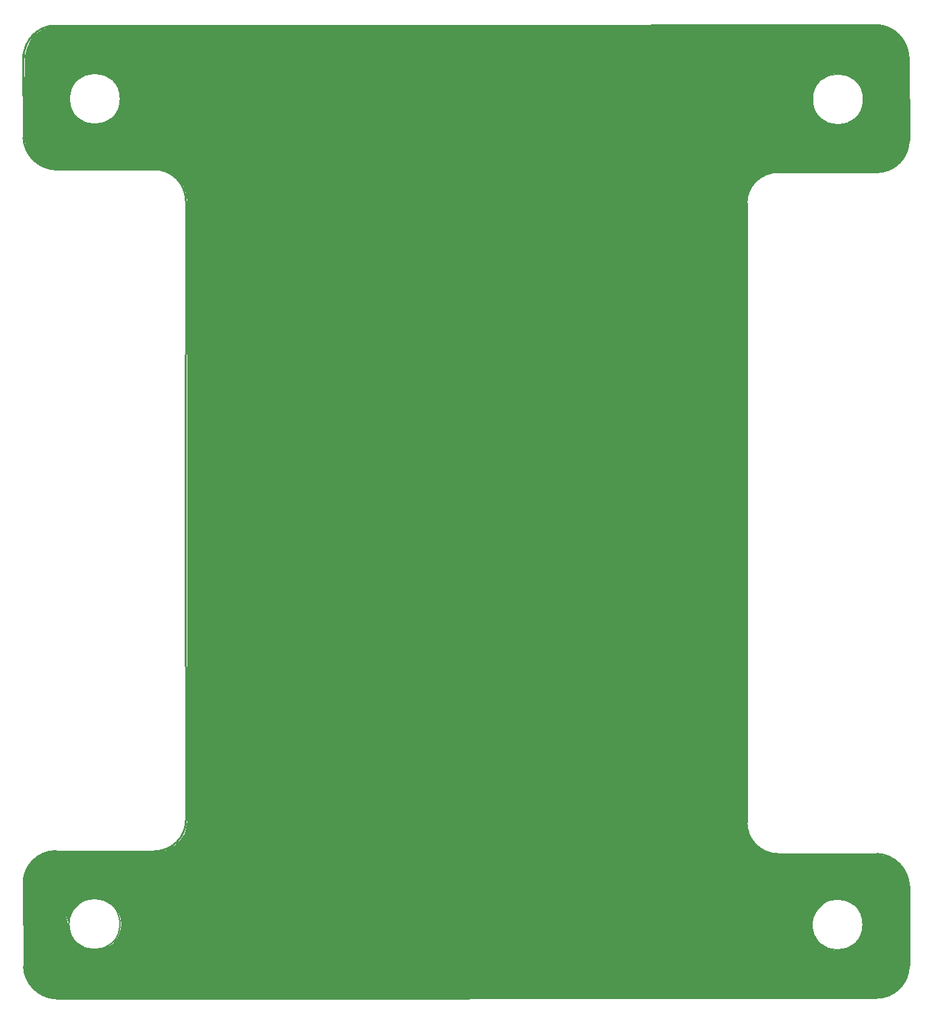
<source format=gbr>
%TF.GenerationSoftware,KiCad,Pcbnew,(6.0.0)*%
%TF.CreationDate,2022-06-08T16:09:46+02:00*%
%TF.ProjectId,HotPlate,486f7450-6c61-4746-952e-6b696361645f,1.0*%
%TF.SameCoordinates,Original*%
%TF.FileFunction,Other,User*%
%FSLAX46Y46*%
G04 Gerber Fmt 4.6, Leading zero omitted, Abs format (unit mm)*
G04 Created by KiCad (PCBNEW (6.0.0)) date 2022-06-08 16:09:46*
%MOMM*%
%LPD*%
G01*
G04 APERTURE LIST*
%ADD10C,0.254000*%
%ADD11C,0.150000*%
G04 APERTURE END LIST*
D10*
X95858410Y-19060010D02*
X108228410Y-19080010D01*
X21400000Y-61470000D02*
X21450000Y-100460000D01*
X95858410Y-19060009D02*
G75*
G03*
X91858410Y-22970010I-30646J-3969685D01*
G01*
X5080000Y-104350000D02*
G75*
G03*
X1050000Y-108390012I1482J-4031491D01*
G01*
X1026840Y-14731590D02*
G75*
G03*
X5038430Y-18731580I4201898J202477D01*
G01*
X17450000Y-104370001D02*
G75*
G03*
X21450000Y-100460000I30646J3969685D01*
G01*
D11*
X106508411Y-113565362D02*
G75*
G03*
X106508411Y-113565362I-3204649J0D01*
G01*
D10*
X21439990Y-22699990D02*
G75*
G03*
X17440000Y-18700000I-3999990J0D01*
G01*
X108228410Y-122770010D02*
G75*
G03*
X112258410Y-118729998I-1482J4031491D01*
G01*
X5080000Y-660000D02*
X50880000Y-630000D01*
X112281570Y-108698420D02*
G75*
G03*
X108269980Y-104698430I-4201898J-202477D01*
G01*
X17450000Y-104370000D02*
X5080000Y-104350000D01*
D11*
X106563763Y-9930010D02*
G75*
G03*
X106563763Y-9930010I-3204649J0D01*
G01*
D10*
X1050000Y-108390012D02*
X1088410Y-118840010D01*
D11*
X13153945Y-113500000D02*
G75*
G03*
X13153945Y-113500000I-3204649J0D01*
G01*
D10*
X17440000Y-18700000D02*
X5038430Y-18731580D01*
X95868410Y-104730010D02*
X108269980Y-104698430D01*
X112258410Y-15039998D02*
X112220000Y-4590000D01*
X108208410Y-590010D02*
X50880000Y-630000D01*
X91868420Y-100730020D02*
G75*
G03*
X95868410Y-104730010I3999990J0D01*
G01*
X112220000Y-4590000D02*
G75*
G03*
X108208410Y-590010I-4201898J-202477D01*
G01*
X91908410Y-61960010D02*
X91858410Y-22970010D01*
D11*
X13209297Y-9864648D02*
G75*
G03*
X13209297Y-9864648I-3204649J0D01*
G01*
D10*
X108228410Y-19080010D02*
G75*
G03*
X112258410Y-15039998I-1482J4031491D01*
G01*
X5080000Y-660000D02*
G75*
G03*
X1050000Y-4700012I1482J-4031491D01*
G01*
X112281570Y-108698420D02*
X112258410Y-118729998D01*
X1026840Y-14731590D02*
X998420Y-4251602D01*
X5100000Y-122840000D02*
X108220000Y-122780000D01*
X1088410Y-118840010D02*
G75*
G03*
X5100000Y-122840000I4201898J202477D01*
G01*
X21439990Y-22699990D02*
X21400000Y-61470000D01*
X91868420Y-100730020D02*
X91908410Y-61960010D01*
G36*
X106631836Y-104730054D02*
G01*
X108650833Y-104789436D01*
X108688132Y-104796240D01*
X110191777Y-105313728D01*
X110225517Y-105331433D01*
X110954814Y-105868810D01*
X110981245Y-105895149D01*
X111679066Y-106835270D01*
X111696279Y-106867235D01*
X112154141Y-108123919D01*
X112161357Y-108157061D01*
X112229603Y-109015009D01*
X112230000Y-109025000D01*
X112230000Y-111640000D01*
X112244974Y-115094041D01*
X112244975Y-115094540D01*
X112246266Y-118522028D01*
X112241322Y-118557024D01*
X112238270Y-118567597D01*
X112210102Y-118720034D01*
X112178055Y-118783386D01*
X112116845Y-118819356D01*
X112092353Y-118822989D01*
X103285486Y-119253546D01*
X103279301Y-119253696D01*
X103263660Y-119253692D01*
X103251319Y-119253083D01*
X103238844Y-119251852D01*
X103226599Y-119250033D01*
X103214291Y-119247581D01*
X103202311Y-119244577D01*
X103190303Y-119240932D01*
X103178650Y-119236759D01*
X103167059Y-119231954D01*
X103155894Y-119226670D01*
X103144827Y-119220752D01*
X103134214Y-119214388D01*
X103123787Y-119207417D01*
X103113861Y-119200052D01*
X103104166Y-119192092D01*
X103095000Y-119183780D01*
X103086129Y-119174904D01*
X103077833Y-119165746D01*
X103069876Y-119156046D01*
X103062512Y-119146112D01*
X103055543Y-119135677D01*
X103049185Y-119125062D01*
X103043278Y-119114003D01*
X103037997Y-119102830D01*
X103033195Y-119091229D01*
X103029034Y-119079593D01*
X103025395Y-119067589D01*
X103022391Y-119055586D01*
X103019840Y-119042745D01*
X103018141Y-119031606D01*
X103016827Y-119019332D01*
X103016388Y-119014264D01*
X102878833Y-116941757D01*
X102894279Y-116872462D01*
X102944738Y-116822517D01*
X103014189Y-116807782D01*
X103023067Y-116808979D01*
X103023083Y-116808860D01*
X103033488Y-116810279D01*
X103107093Y-116816167D01*
X103122640Y-116812922D01*
X103143182Y-116792724D01*
X103147836Y-116784337D01*
X103210378Y-116750736D01*
X103244706Y-116748314D01*
X103711078Y-116779405D01*
X103728735Y-116778075D01*
X104305053Y-116651090D01*
X104314706Y-116648135D01*
X104834162Y-116442313D01*
X104845264Y-116436578D01*
X105235802Y-116182729D01*
X105243713Y-116176640D01*
X105656046Y-115803578D01*
X105663295Y-115795807D01*
X105986671Y-115384237D01*
X105992558Y-115375260D01*
X106326354Y-114756756D01*
X106331910Y-114742561D01*
X106518252Y-114016809D01*
X106520201Y-114002977D01*
X106539776Y-113317823D01*
X106538294Y-113302361D01*
X106331550Y-112376937D01*
X106326938Y-112363585D01*
X106122639Y-111935529D01*
X106116339Y-111925081D01*
X105802209Y-111502969D01*
X105797465Y-111497316D01*
X105463075Y-111143256D01*
X105456493Y-111137213D01*
X105072855Y-110832269D01*
X105066902Y-110828077D01*
X104785349Y-110653320D01*
X104774097Y-110647808D01*
X104658340Y-110604812D01*
X104610766Y-110601475D01*
X104601021Y-110603608D01*
X104571226Y-110597853D01*
X104271743Y-110501410D01*
X104213033Y-110461489D01*
X104185225Y-110396165D01*
X104184609Y-110373656D01*
X104525649Y-104888592D01*
X104549840Y-104821844D01*
X104606277Y-104778770D01*
X104651262Y-104770411D01*
X104769383Y-104770276D01*
X104794522Y-104762863D01*
X104837547Y-104735144D01*
X104873181Y-104730000D01*
X106628132Y-104730000D01*
X106631836Y-104730054D01*
G37*
G36*
X4145650Y-104606283D02*
G01*
X4176895Y-104660117D01*
X6757872Y-113762494D01*
X6761186Y-113777707D01*
X6858947Y-114413156D01*
X6862519Y-114426449D01*
X7107135Y-115052665D01*
X7114588Y-115066400D01*
X7485837Y-115584194D01*
X7495363Y-115594723D01*
X8153174Y-116173989D01*
X8168254Y-116183823D01*
X9101979Y-116616285D01*
X9118736Y-116621353D01*
X9812446Y-116728830D01*
X9827613Y-116729323D01*
X10712488Y-116650668D01*
X10727141Y-116647572D01*
X11215042Y-116481686D01*
X11224611Y-116477517D01*
X11479463Y-116340289D01*
X11480584Y-116339672D01*
X11609544Y-116267132D01*
X11674931Y-116251002D01*
X103243849Y-118878346D01*
X103258449Y-118874511D01*
X103260862Y-118862321D01*
X103254239Y-118762544D01*
X103269685Y-118693248D01*
X103320144Y-118643304D01*
X103383576Y-118628251D01*
X103644653Y-118635742D01*
X103649664Y-118635686D01*
X112113763Y-118203142D01*
X112182816Y-118219642D01*
X112231987Y-118270854D01*
X112246194Y-118328931D01*
X112246266Y-118522028D01*
X112241322Y-118557024D01*
X112238270Y-118567597D01*
X111924544Y-120265408D01*
X111906411Y-120310989D01*
X111096128Y-121562551D01*
X111057901Y-121600442D01*
X109738717Y-122438114D01*
X109698348Y-122454782D01*
X108103389Y-122807043D01*
X108076289Y-122810008D01*
X64752218Y-122835245D01*
X64752003Y-122835245D01*
X51242511Y-122820003D01*
X51237501Y-122820197D01*
X50994641Y-122839310D01*
X50980004Y-122841629D01*
X50979889Y-122840906D01*
X50959950Y-122843280D01*
X41328442Y-122848890D01*
X41328310Y-122848890D01*
X22528689Y-122840056D01*
X22523695Y-122840251D01*
X22277842Y-122859604D01*
X22268027Y-122859993D01*
X5090000Y-122870000D01*
X5089998Y-122867331D01*
X5062207Y-122868604D01*
X4418473Y-122741671D01*
X4401834Y-122737189D01*
X3803841Y-122531322D01*
X3796245Y-122528429D01*
X3261187Y-122304678D01*
X3239906Y-122293271D01*
X2837423Y-122024949D01*
X2823357Y-122014064D01*
X2364568Y-121604082D01*
X2355847Y-121595491D01*
X2015136Y-121225577D01*
X2005562Y-121213837D01*
X1658429Y-120731707D01*
X1644437Y-120706697D01*
X1422920Y-120176982D01*
X1417937Y-120162718D01*
X1250651Y-119572296D01*
X1249438Y-119567684D01*
X1096297Y-118937107D01*
X1092738Y-118907402D01*
X1092683Y-118681824D01*
X1092956Y-118673503D01*
X1139855Y-117962202D01*
X1139991Y-117957794D01*
X1100063Y-107975767D01*
X1103824Y-107944704D01*
X1307967Y-107128131D01*
X1313089Y-107112215D01*
X1554339Y-106504266D01*
X1568925Y-106477505D01*
X2053152Y-105799587D01*
X2068502Y-105781852D01*
X2532918Y-105336787D01*
X2548052Y-105324388D01*
X3186401Y-104879478D01*
X3215590Y-104864361D01*
X4012817Y-104576002D01*
X4083679Y-104571641D01*
X4145650Y-104606283D01*
G37*
G36*
X104020553Y-672938D02*
G01*
X104053477Y-680137D01*
X108605866Y-689969D01*
X108633779Y-693162D01*
X109219925Y-827688D01*
X109239564Y-833924D01*
X110003514Y-1147339D01*
X110016146Y-1153361D01*
X110636867Y-1492818D01*
X110661082Y-1510056D01*
X111178626Y-1979679D01*
X111198563Y-2002753D01*
X111657082Y-2685654D01*
X111662544Y-2694566D01*
X111928877Y-3172599D01*
X111937442Y-3191476D01*
X112029036Y-3447465D01*
X112032625Y-3459298D01*
X112124996Y-3828064D01*
X112127408Y-3840191D01*
X112183189Y-4216234D01*
X112184401Y-4228540D01*
X112203207Y-4611355D01*
X112203359Y-4617490D01*
X112207553Y-15750865D01*
X112204871Y-15776769D01*
X112073659Y-16402548D01*
X112061643Y-16435749D01*
X111557761Y-17385374D01*
X111538725Y-17412124D01*
X110634747Y-18384143D01*
X110600807Y-18410023D01*
X109734519Y-18862418D01*
X109704017Y-18873619D01*
X108675261Y-19106545D01*
X108644365Y-19109619D01*
X107840696Y-19090017D01*
X107839288Y-19089999D01*
X95950615Y-19080001D01*
X95949365Y-19080011D01*
X95378746Y-19089849D01*
X95361632Y-19092539D01*
X94485249Y-19358408D01*
X94475104Y-19362478D01*
X93675499Y-19767216D01*
X93665148Y-19773797D01*
X93213438Y-20127310D01*
X93206964Y-20133143D01*
X92645529Y-20714277D01*
X92636074Y-20726922D01*
X92264275Y-21382462D01*
X92257929Y-21398414D01*
X92100117Y-22039523D01*
X92099883Y-22040507D01*
X91921708Y-22812598D01*
X91920105Y-22827594D01*
X91929988Y-23539144D01*
X91930000Y-23540878D01*
X91940000Y-100517964D01*
X91940131Y-100522025D01*
X91999549Y-101443008D01*
X92001983Y-101456724D01*
X92228785Y-102225881D01*
X92231762Y-102233915D01*
X92585999Y-103021108D01*
X92596515Y-103037255D01*
X93027763Y-103517508D01*
X93032488Y-103522239D01*
X93525952Y-103966357D01*
X93534616Y-103972895D01*
X94116098Y-104337553D01*
X94124220Y-104341854D01*
X94774034Y-104627379D01*
X94786375Y-104631342D01*
X95533185Y-104788565D01*
X95546963Y-104789908D01*
X96299229Y-104780010D01*
X96300742Y-104779999D01*
X104769383Y-104770276D01*
X104794522Y-104762863D01*
X104837547Y-104735144D01*
X104873181Y-104730000D01*
X105132659Y-104730000D01*
X105200780Y-104750002D01*
X105247273Y-104803658D01*
X105258408Y-104863950D01*
X104900724Y-110521673D01*
X104876464Y-110588396D01*
X104819982Y-110631411D01*
X104749210Y-110637061D01*
X104731103Y-110631839D01*
X104658339Y-110604812D01*
X104610766Y-110601475D01*
X104601021Y-110603608D01*
X104571226Y-110597852D01*
X104056235Y-110432008D01*
X104043487Y-110429322D01*
X103572164Y-110380225D01*
X103567822Y-110379925D01*
X103284223Y-110370146D01*
X103275799Y-110370420D01*
X102981495Y-110399850D01*
X102978515Y-110400220D01*
X102716176Y-110439085D01*
X102704121Y-110442113D01*
X102073520Y-110668735D01*
X102066659Y-110671670D01*
X101676163Y-110866918D01*
X101664651Y-110874346D01*
X101352761Y-111127757D01*
X101347507Y-111132542D01*
X100845469Y-111644424D01*
X100836065Y-111656745D01*
X100491991Y-112246588D01*
X100488452Y-112253633D01*
X100263396Y-112782027D01*
X100258895Y-112798597D01*
X100170838Y-113483479D01*
X100170529Y-113496554D01*
X100219543Y-114104337D01*
X100221463Y-114115486D01*
X100378572Y-114704645D01*
X100382344Y-114715023D01*
X100656991Y-115303552D01*
X100664378Y-115315613D01*
X101046805Y-115805904D01*
X101053823Y-115813517D01*
X101543744Y-116264244D01*
X101557563Y-116273884D01*
X102283100Y-116646457D01*
X102297552Y-116651756D01*
X102718825Y-116749727D01*
X102721191Y-116750231D01*
X103026560Y-116809334D01*
X103033488Y-116810279D01*
X103107093Y-116816167D01*
X103122640Y-116812922D01*
X103143182Y-116792724D01*
X103147836Y-116784337D01*
X103210378Y-116750736D01*
X103244706Y-116748314D01*
X103418846Y-116759923D01*
X103485486Y-116784412D01*
X103528306Y-116841041D01*
X103536353Y-116880325D01*
X103623644Y-118946194D01*
X103623753Y-118952383D01*
X103623645Y-118968020D01*
X103622953Y-118980364D01*
X103621638Y-118992834D01*
X103619741Y-119005046D01*
X103617207Y-119017345D01*
X103614121Y-119029316D01*
X103610400Y-119041288D01*
X103606151Y-119052911D01*
X103601266Y-119064478D01*
X103595906Y-119075613D01*
X103589920Y-119086630D01*
X103583487Y-119097197D01*
X103576446Y-119107579D01*
X103569015Y-119117457D01*
X103560984Y-119127107D01*
X103552621Y-119136208D01*
X103543693Y-119145015D01*
X103534471Y-119153259D01*
X103524714Y-119161155D01*
X103514739Y-119168448D01*
X103504259Y-119175348D01*
X103493602Y-119181637D01*
X103482501Y-119187473D01*
X103471278Y-119192687D01*
X103459653Y-119197408D01*
X103448000Y-119201487D01*
X103435974Y-119205046D01*
X103423953Y-119207970D01*
X103411623Y-119210335D01*
X103399371Y-119212067D01*
X103386007Y-119213290D01*
X103375413Y-119213811D01*
X103365067Y-119213884D01*
X103360638Y-119213837D01*
X11575964Y-116633987D01*
X11569790Y-116633662D01*
X11554180Y-116632455D01*
X11541909Y-116630897D01*
X11529567Y-116628710D01*
X11517509Y-116625957D01*
X11505425Y-116622566D01*
X11493711Y-116618650D01*
X11482014Y-116614091D01*
X11470716Y-116609035D01*
X11459540Y-116603359D01*
X11448809Y-116597229D01*
X11438220Y-116590471D01*
X11428132Y-116583313D01*
X11418278Y-116575566D01*
X11408952Y-116567464D01*
X11407546Y-116566116D01*
X11372217Y-116504534D01*
X11375789Y-116433627D01*
X11417130Y-116375908D01*
X11435010Y-116364224D01*
X11479571Y-116340230D01*
X11480543Y-116339696D01*
X11609544Y-116267132D01*
X11674931Y-116251002D01*
X11772734Y-116253809D01*
X11806123Y-116245120D01*
X12143291Y-116044002D01*
X12155525Y-116034475D01*
X12407269Y-115782731D01*
X12412375Y-115776960D01*
X12658181Y-115462328D01*
X12661592Y-115457513D01*
X12976340Y-114965719D01*
X12982354Y-114953630D01*
X13148738Y-114503414D01*
X13150860Y-114496464D01*
X13239111Y-114133654D01*
X13240448Y-114126263D01*
X13299388Y-113635102D01*
X13299777Y-113624869D01*
X13280161Y-113173714D01*
X13279403Y-113166332D01*
X13210780Y-112744789D01*
X13208496Y-112735388D01*
X13061799Y-112285516D01*
X13057221Y-112274906D01*
X12821994Y-111843656D01*
X12817541Y-111836640D01*
X12522860Y-111433908D01*
X12516573Y-111426573D01*
X12193454Y-111103454D01*
X12186059Y-111097124D01*
X11823410Y-110832488D01*
X11816289Y-110827990D01*
X11343799Y-110572058D01*
X11335955Y-110568482D01*
X10784514Y-110361553D01*
X10766345Y-110357677D01*
X9996528Y-110310401D01*
X9983528Y-110310952D01*
X8941327Y-110464273D01*
X8921996Y-110470441D01*
X8573152Y-110648392D01*
X8567054Y-110651948D01*
X7986031Y-111036013D01*
X7975030Y-111045257D01*
X7465043Y-111584666D01*
X7456325Y-111596348D01*
X7240965Y-111968334D01*
X7239137Y-111971726D01*
X7031997Y-112386006D01*
X7028587Y-112394238D01*
X6901759Y-112774722D01*
X6899194Y-112785505D01*
X6845061Y-113155415D01*
X6815406Y-113219921D01*
X6755584Y-113258155D01*
X6684587Y-113257977D01*
X6624958Y-113219443D01*
X6599446Y-113172509D01*
X6304886Y-112164410D01*
X6304616Y-112163989D01*
X6368279Y-112388509D01*
X6367619Y-112459502D01*
X6328681Y-112518869D01*
X6263829Y-112547760D01*
X6193652Y-112537003D01*
X6140431Y-112490013D01*
X6126115Y-112458220D01*
X3874310Y-104751682D01*
X3874404Y-104680685D01*
X3912866Y-104621010D01*
X3952396Y-104597855D01*
X4080450Y-104551538D01*
X4080732Y-104552318D01*
X4090537Y-104547513D01*
X4095522Y-104546088D01*
X4106572Y-104542091D01*
X4145785Y-104534631D01*
X4153111Y-104534419D01*
X4676480Y-104422881D01*
X4703829Y-104420119D01*
X5850000Y-104430000D01*
X5850070Y-104430000D01*
X5850204Y-104430001D01*
X17464948Y-104499970D01*
X17474992Y-104499223D01*
X18811370Y-104291342D01*
X18827935Y-104286350D01*
X19317918Y-104060958D01*
X19322005Y-104058894D01*
X19893862Y-103743386D01*
X19905239Y-103735343D01*
X20437113Y-103262566D01*
X20442554Y-103257098D01*
X20876731Y-102763714D01*
X20882647Y-102755820D01*
X21256062Y-102166218D01*
X21262392Y-102153041D01*
X21477795Y-101526414D01*
X21480783Y-101513262D01*
X21579719Y-100662418D01*
X21580094Y-100657566D01*
X21609953Y-99881210D01*
X21610000Y-99878786D01*
X21590001Y-22724413D01*
X21589382Y-22715633D01*
X21450832Y-21735882D01*
X21448079Y-21724376D01*
X21172440Y-20917146D01*
X21165935Y-20903638D01*
X20714015Y-20196284D01*
X20704625Y-20184832D01*
X20192902Y-19692790D01*
X20186762Y-19687599D01*
X19614804Y-19263562D01*
X19604614Y-19257409D01*
X18825990Y-18882881D01*
X18813540Y-18878437D01*
X18204792Y-18731159D01*
X18195085Y-18729602D01*
X17462954Y-18670239D01*
X17457039Y-18670040D01*
X15220442Y-18699994D01*
X15219377Y-18700003D01*
X11170496Y-18719998D01*
X11169552Y-18720009D01*
X7091804Y-18799965D01*
X7088151Y-18799983D01*
X4978050Y-18780169D01*
X4942723Y-18774769D01*
X3880504Y-18453180D01*
X3860211Y-18445056D01*
X2898336Y-17959261D01*
X2865553Y-17935393D01*
X1990946Y-17051068D01*
X1972078Y-17026605D01*
X1438611Y-16124561D01*
X1425534Y-16093683D01*
X1174237Y-15175482D01*
X1169780Y-15143947D01*
X1150010Y-13700750D01*
X1149998Y-13699370D01*
X1140001Y-10060440D01*
X1139991Y-10059520D01*
X1132821Y-9655623D01*
X6750161Y-9655623D01*
X6759914Y-9996980D01*
X6760375Y-10003003D01*
X6799622Y-10316974D01*
X6800669Y-10322972D01*
X6889240Y-10716624D01*
X6891125Y-10723272D01*
X6999394Y-11038236D01*
X7000717Y-11041741D01*
X7137952Y-11375027D01*
X7142860Y-11384550D01*
X7357708Y-11726353D01*
X7362769Y-11733301D01*
X7617310Y-12036793D01*
X7623091Y-12042822D01*
X7848738Y-12248848D01*
X7851317Y-12251077D01*
X8175119Y-12516007D01*
X8185579Y-12522945D01*
X8538600Y-12709261D01*
X8541352Y-12710757D01*
X8785621Y-12847548D01*
X8794715Y-12851729D01*
X9084289Y-12957906D01*
X9096001Y-12960960D01*
X9333171Y-12998907D01*
X9346674Y-13001835D01*
X9731841Y-13107756D01*
X9748463Y-13110000D01*
X10018721Y-13110000D01*
X10021287Y-13109949D01*
X10267669Y-13100093D01*
X10272315Y-13099735D01*
X10615222Y-13060546D01*
X10624640Y-13058735D01*
X10947350Y-12970723D01*
X10952577Y-12969051D01*
X11325837Y-12831534D01*
X11333906Y-12827897D01*
X11587840Y-12691163D01*
X11592070Y-12688670D01*
X11867697Y-12511481D01*
X11872162Y-12508330D01*
X12087579Y-12341871D01*
X12092228Y-12337903D01*
X12425884Y-12023874D01*
X12433361Y-12015453D01*
X12766764Y-11564378D01*
X12772433Y-11555134D01*
X13036547Y-11026907D01*
X13041675Y-11012462D01*
X13198802Y-10305391D01*
X13200240Y-10294480D01*
X13223655Y-9755934D01*
X100120276Y-9755934D01*
X100139906Y-10177972D01*
X100140225Y-10182024D01*
X100179494Y-10535443D01*
X100181161Y-10544433D01*
X100288727Y-10955138D01*
X100292027Y-10964596D01*
X100439115Y-11297995D01*
X100441028Y-11301947D01*
X100627987Y-11656186D01*
X100632514Y-11663501D01*
X100907456Y-12046457D01*
X100913008Y-12053159D01*
X101108435Y-12258356D01*
X101111682Y-12261529D01*
X101432968Y-12553607D01*
X101448611Y-12564018D01*
X101738455Y-12699279D01*
X101741520Y-12700760D01*
X102157140Y-12908570D01*
X102162995Y-12911133D01*
X102524438Y-13047896D01*
X102535856Y-13051025D01*
X102927666Y-13119592D01*
X102932358Y-13120231D01*
X103433386Y-13169352D01*
X103446605Y-13169249D01*
X103875679Y-13120491D01*
X103884209Y-13118921D01*
X104266795Y-13020822D01*
X104273104Y-13018845D01*
X104697102Y-12861078D01*
X104702774Y-12858645D01*
X105125120Y-12652383D01*
X105134399Y-12646814D01*
X105416349Y-12442644D01*
X105423240Y-12436862D01*
X105736738Y-12133160D01*
X105742772Y-12126407D01*
X106008223Y-11782303D01*
X106011557Y-11777541D01*
X106198475Y-11482408D01*
X106201305Y-11477458D01*
X106387340Y-11115180D01*
X106391664Y-11104420D01*
X106558403Y-10545354D01*
X106560628Y-10534449D01*
X106619358Y-10015670D01*
X106619612Y-10004308D01*
X106590269Y-9573939D01*
X106589241Y-9566122D01*
X106500739Y-9113778D01*
X106498808Y-9106346D01*
X106351708Y-8655236D01*
X106347406Y-8645137D01*
X106111251Y-8202346D01*
X106108561Y-8197776D01*
X105893915Y-7866050D01*
X105884816Y-7854995D01*
X105601787Y-7581725D01*
X105598077Y-7578416D01*
X105262465Y-7302030D01*
X105257342Y-7298228D01*
X104875021Y-7043348D01*
X104864436Y-7037671D01*
X104443241Y-6861357D01*
X104436625Y-6859012D01*
X104036376Y-6741866D01*
X104023376Y-6739509D01*
X103765328Y-6720395D01*
X103754729Y-6719156D01*
X103515984Y-6680956D01*
X103503951Y-6680202D01*
X103211123Y-6689963D01*
X103208868Y-6690078D01*
X102926216Y-6709571D01*
X102913990Y-6711639D01*
X102700704Y-6769808D01*
X102699356Y-6770168D01*
X102471706Y-6829555D01*
X102468324Y-6830539D01*
X102193631Y-6918833D01*
X102186535Y-6921599D01*
X101933096Y-7038571D01*
X101927074Y-7041756D01*
X101632871Y-7218277D01*
X101627329Y-7222017D01*
X101144289Y-7586761D01*
X101136324Y-7593919D01*
X100734081Y-8022742D01*
X100724944Y-8035290D01*
X100469683Y-8496723D01*
X100467889Y-8500220D01*
X100341130Y-8767616D01*
X100339072Y-8772476D01*
X100251588Y-9005765D01*
X100249033Y-9014418D01*
X100180493Y-9327746D01*
X100179675Y-9332275D01*
X100120840Y-9744121D01*
X100120276Y-9755934D01*
X13223655Y-9755934D01*
X13229752Y-9615698D01*
X13229218Y-9604349D01*
X13140920Y-8966645D01*
X13137698Y-8953699D01*
X12952057Y-8445631D01*
X12946916Y-8434860D01*
X12683497Y-7995829D01*
X12675338Y-7985055D01*
X12351439Y-7641526D01*
X12348463Y-7638573D01*
X11934196Y-7253896D01*
X11925166Y-7246924D01*
X11604390Y-7042793D01*
X11595216Y-7037967D01*
X11201587Y-6870674D01*
X11198374Y-6869413D01*
X10844117Y-6741487D01*
X10835713Y-6739098D01*
X10462405Y-6660506D01*
X10457572Y-6659683D01*
X10232207Y-6630288D01*
X10227779Y-6629869D01*
X10063638Y-6620214D01*
X10056360Y-6620208D01*
X9712246Y-6639872D01*
X9707766Y-6640288D01*
X9403797Y-6679510D01*
X9396294Y-6680946D01*
X8935769Y-6798527D01*
X8924610Y-6802530D01*
X8443943Y-7028149D01*
X8436352Y-7032376D01*
X8014350Y-7307167D01*
X8006170Y-7313511D01*
X7653581Y-7636718D01*
X7646967Y-7643791D01*
X7451178Y-7888528D01*
X7448914Y-7891539D01*
X7211731Y-8227548D01*
X7208514Y-8232601D01*
X7090204Y-8439643D01*
X7089783Y-8440391D01*
X7008977Y-8586158D01*
X7003587Y-8599116D01*
X6806710Y-9278342D01*
X6804932Y-9286445D01*
X6750841Y-9644436D01*
X6750161Y-9655623D01*
X1132821Y-9655623D01*
X1110051Y-8372878D01*
X1110080Y-8367129D01*
X1179995Y-5860164D01*
X1180000Y-5860000D01*
X1219673Y-4501199D01*
X1222297Y-4479037D01*
X1436709Y-3455706D01*
X1447123Y-3425619D01*
X1962367Y-2385411D01*
X1981483Y-2357200D01*
X2568006Y-1703370D01*
X2595253Y-1680513D01*
X3389937Y-1186259D01*
X3411052Y-1175728D01*
X4568347Y-728370D01*
X4613212Y-719896D01*
X6818980Y-710005D01*
X6821100Y-710014D01*
X8439423Y-729993D01*
X8440539Y-729997D01*
X10034740Y-720276D01*
X10062252Y-723145D01*
X10093566Y-729946D01*
X103993558Y-670030D01*
X104020553Y-672938D01*
G37*
M02*

</source>
